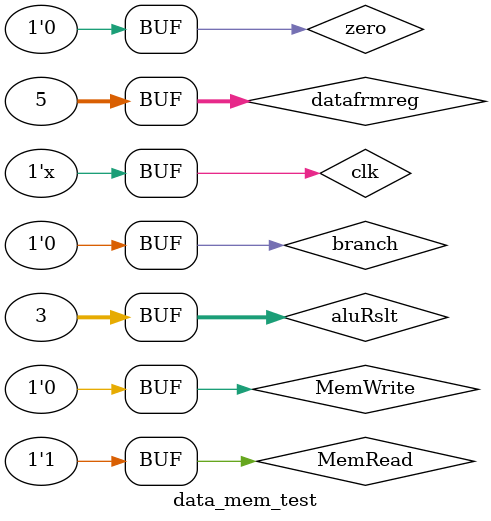
<source format=v>
`timescale 1ns / 1ps


module data_mem_test;

	// Inputs
	reg clk;
	reg zero;
	reg branch;
	reg MemRead;
	reg MemWrite;
	reg [31:0] aluRslt;
	reg [31:0] datafrmreg;

	// Outputs
	wire hit;
	wire pcSrc;
	wire [31:0] readdata;
	wire [31:0] aluRsltt;

	// Instantiate the Unit Under Test (UUT)
	memoryStage uut (
		.clk(clk), 
		.zero(zero), 
		.branch(branch), 
		.MemRead(MemRead), 
		.MemWrite(MemWrite), 
		.aluRslt(aluRslt), 
		.datafrmreg(datafrmreg), 
		.hit(hit), 
		.pcSrc(pcSrc), 
		.readdata(readdata), 
		.aluRsltt(aluRsltt)
	);

	initial begin
		// Initialize Inputs
		clk = 0;
		zero = 0;
		branch = 0;
		MemRead = 0;
		MemWrite = 1;
		aluRslt = 3;
		datafrmreg = 5;

		// Wait 100 ns for global reset to finish
		#100;
		MemRead = 1;
		MemWrite = 0;
        
		// Add stimulus here

	end
	always
	begin
		#50
		clk = ~clk;
	end
      
endmodule


</source>
